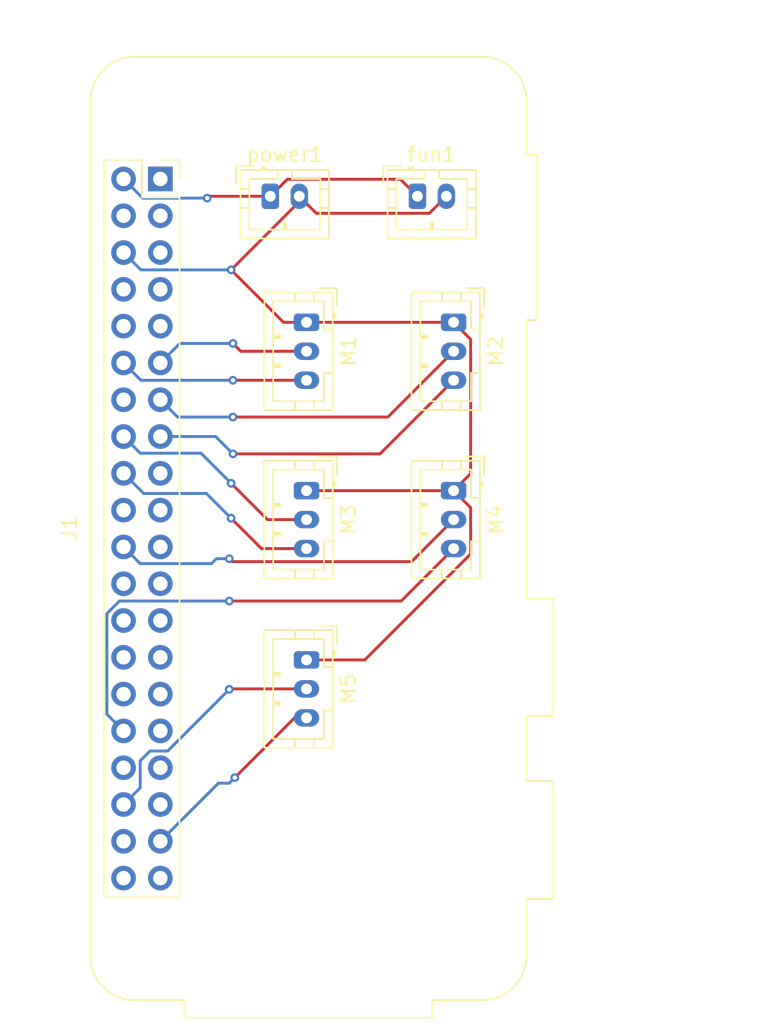
<source format=kicad_pcb>
(kicad_pcb (version 20240108) (generator "pcbnew") (generator_version "8.0")
  (layers (0 "F.Cu" signal) (31 "B.Cu" signal) (34 "B.Paste" user) (35 "F.Paste" user) (36 "B.SilkS" user "B.Silkscreen") (37 "F.SilkS" user "F.Silkscreen") (38 "B.Mask" user) (39 "F.Mask" user) (44 "Edge.Cuts" user))
  (net 0 "")
  (net 17 "Net-(J1-3V3-Pad1)")
  (net 19 "Net-(fun1-Pin_1)")
  (net 20 "Net-(M1-Pin_1)")
  (net 21 "Net-(J1-GPIO17)")
  (net 22 "Net-(J1-GPIO18{slash}PWM0)")
  (net 23 "Net-(J1-GPIO27)")
  (net 24 "Net-(J1-GPIO22)")
  (net 25 "Net-(J1-GPIO23)")
  (net 26 "Net-(J1-GPIO24)")
  (net 27 "Net-(J1-GPIO25)")
  (net 28 "Net-(J1-PWM0{slash}GPIO12)")
  (net 29 "Net-(J1-GPIO26)")
  (net 30 "Net-(J1-GPIO16)")
  (footprint "Connector_JST:JST_PH_B3B-PH-K_1x03_P2.00mm_Vertical" (layer "F.Cu") (at 116.84 110.744 -90)
    (property "Reference" "M5" (at 2 -2.9 90) (layer "F.SilkS"))
    (property "Value" "Conn_01x03_Socket")
    (fp_line (start -2.06 2.91) (end 6.06 2.91) (stroke (width 0.12)) (layer "F.SilkS"))
    (fp_line (start 6.06 2.91) (end 6.06 -1.81) (stroke (width 0.12)) (layer "F.SilkS"))
    (fp_line (start -1.45 2.3) (end 5.45 2.3) (stroke (width 0.12)) (layer "F.SilkS"))
    (fp_line (start 0.9 2.3) (end 0.9 1.8) (stroke (width 0.12)) (layer "F.SilkS"))
    (fp_line (start 1 2.3) (end 1 1.8) (stroke (width 0.12)) (layer "F.SilkS"))
    (fp_line (start 2.9 2.3) (end 2.9 1.8) (stroke (width 0.12)) (layer "F.SilkS"))
    (fp_line (start 3 2.3) (end 3 1.8) (stroke (width 0.12)) (layer "F.SilkS"))
    (fp_line (start 5.45 2.3) (end 5.45 -1.2) (stroke (width 0.12)) (layer "F.SilkS"))
    (fp_line (start 0.9 1.8) (end 1.1 1.8) (stroke (width 0.12)) (layer "F.SilkS"))
    (fp_line (start 1.1 1.8) (end 1.1 2.3) (stroke (width 0.12)) (layer "F.SilkS"))
    (fp_line (start 2.9 1.8) (end 3.1 1.8) (stroke (width 0.12)) (layer "F.SilkS"))
    (fp_line (start 3.1 1.8) (end 3.1 2.3) (stroke (width 0.12)) (layer "F.SilkS"))
    (fp_line (start -2.06 0.8) (end -1.45 0.8) (stroke (width 0.12)) (layer "F.SilkS"))
    (fp_line (start 6.06 0.8) (end 5.45 0.8) (stroke (width 0.12)) (layer "F.SilkS"))
    (fp_line (start -2.06 -0.5) (end -1.45 -0.5) (stroke (width 0.12)) (layer "F.SilkS"))
    (fp_line (start 6.06 -0.5) (end 5.45 -0.5) (stroke (width 0.12)) (layer "F.SilkS"))
    (fp_line (start -1.45 -1.2) (end -1.45 2.3) (stroke (width 0.12)) (layer "F.SilkS"))
    (fp_line (start 0.5 -1.2) (end -1.45 -1.2) (stroke (width 0.12)) (layer "F.SilkS"))
    (fp_line (start 3.5 -1.2) (end 3.5 -1.81) (stroke (width 0.12)) (layer "F.SilkS"))
    (fp_line (start 5.45 -1.2) (end 3.5 -1.2) (stroke (width 0.12)) (layer "F.SilkS"))
    (fp_line (start -2.06 -1.81) (end -2.06 2.91) (stroke (width 0.12)) (layer "F.SilkS"))
    (fp_line (start -0.3 -1.81) (end -0.3 -2.01) (stroke (width 0.12)) (layer "F.SilkS"))
    (fp_line (start 0.5 -1.81) (end 0.5 -1.2) (stroke (width 0.12)) (layer "F.SilkS"))
    (fp_line (start 6.06 -1.81) (end -2.06 -1.81) (stroke (width 0.12)) (layer "F.SilkS"))
    (fp_line (start -0.3 -1.91) (end -0.6 -1.91) (stroke (width 0.12)) (layer "F.SilkS"))
    (fp_line (start -0.6 -2.01) (end -0.6 -1.81) (stroke (width 0.12)) (layer "F.SilkS"))
    (fp_line (start -0.3 -2.01) (end -0.6 -2.01) (stroke (width 0.12)) (layer "F.SilkS"))
    (fp_line (start -2.36 -2.11) (end -2.36 -0.86) (stroke (width 0.12)) (layer "F.SilkS"))
    (fp_line (start -1.11 -2.11) (end -2.36 -2.11) (stroke (width 0.12)) (layer "F.SilkS"))
    (pad "1" thru_hole roundrect (at 0 0 270) (size 1.2 1.75) (drill 0.75) (layers "*.Cu" "*.Mask") (roundrect_rratio 0.208333) (net 20 "Net-(M1-Pin_1)"))
    (pad "2" thru_hole oval (at 2 0 270) (size 1.2 1.75) (drill 0.75) (layers "*.Cu" "*.Mask") (net 30 "Net-(J1-GPIO16)"))
    (pad "3" thru_hole oval (at 4 0 270) (size 1.2 1.75) (drill 0.75) (layers "*.Cu" "*.Mask") (net 29 "Net-(J1-GPIO26)"))
  )
  (footprint "Module:Raspberry_Pi_Zero_Socketed_THT_FaceDown_MountingHoles" (layer "F.Cu") (at 106.745 77.545)
    (property "Reference" "J1" (at -6.27 24.13 90) (layer "F.SilkS"))
    (property "Value" "Raspberry_Pi_2_3")
    (fp_line (start -4.83 53.63) (end -4.83 -5.37) (stroke (width 0.12)) (layer "F.SilkS"))
    (fp_line (start -3.87 -1.33) (end -3.87 49.59) (stroke (width 0.12)) (layer "F.SilkS"))
    (fp_line (start -3.87 -1.33) (end -1.27 -1.33) (stroke (width 0.12)) (layer "F.SilkS"))
    (fp_line (start -3.87 49.59) (end 1.33 49.59) (stroke (width 0.12)) (layer "F.SilkS"))
    (fp_line (start -1.77 -8.43) (end 22.23 -8.43) (stroke (width 0.12)) (layer "F.SilkS"))
    (fp_line (start -1.27 -1.33) (end -1.27 1.27) (stroke (width 0.12)) (layer "F.SilkS"))
    (fp_line (start -1.27 1.27) (end 1.33 1.27) (stroke (width 0.12)) (layer "F.SilkS"))
    (fp_line (start 0 -1.33) (end 1.33 -1.33) (stroke (width 0.12)) (layer "F.SilkS"))
    (fp_line (start 1.33 -1.33) (end 1.33 0) (stroke (width 0.12)) (layer "F.SilkS"))
    (fp_line (start 1.33 1.27) (end 1.33 49.59) (stroke (width 0.12)) (layer "F.SilkS"))
    (fp_line (start 1.67 56.69) (end -1.77 56.69) (stroke (width 0.12)) (layer "F.SilkS"))
    (fp_line (start 1.67 56.69) (end 1.67 57.89) (stroke (width 0.12)) (layer "F.SilkS"))
    (fp_line (start 1.67 57.89) (end 18.79 57.89) (stroke (width 0.12)) (layer "F.SilkS"))
    (fp_line (start 18.79 56.69) (end 22.23 56.69) (stroke (width 0.12)) (layer "F.SilkS"))
    (fp_line (start 18.79 57.89) (end 18.79 56.69) (stroke (width 0.12)) (layer "F.SilkS"))
    (fp_line (start 25.29 -1.68) (end 25.29 -5.37) (stroke (width 0.12)) (layer "F.SilkS"))
    (fp_line (start 25.29 9.74) (end 25.99 9.74) (stroke (width 0.12)) (layer "F.SilkS"))
    (fp_line (start 25.29 28.97) (end 25.29 9.74) (stroke (width 0.12)) (layer "F.SilkS"))
    (fp_line (start 25.29 37.09) (end 27.09 37.09) (stroke (width 0.12)) (layer "F.SilkS"))
    (fp_line (start 25.29 41.57) (end 25.29 37.09) (stroke (width 0.12)) (layer "F.SilkS"))
    (fp_line (start 25.29 49.69) (end 27.09 49.69) (stroke (width 0.12)) (layer "F.SilkS"))
    (fp_line (start 25.29 53.63) (end 25.29 49.69) (stroke (width 0.12)) (layer "F.SilkS"))
    (fp_line (start 25.99 -1.68) (end 25.29 -1.68) (stroke (width 0.12)) (layer "F.SilkS"))
    (fp_line (start 25.99 9.74) (end 25.99 -1.68) (stroke (width 0.12)) (layer "F.SilkS"))
    (fp_line (start 27.09 28.97) (end 25.29 28.97) (stroke (width 0.12)) (layer "F.SilkS"))
    (fp_line (start 27.09 37.09) (end 27.09 28.97) (stroke (width 0.12)) (layer "F.SilkS"))
    (fp_line (start 27.09 41.57) (end 25.29 41.57) (stroke (width 0.12)) (layer "F.SilkS"))
    (fp_line (start 27.09 49.69) (end 27.09 41.57) (stroke (width 0.12)) (layer "F.SilkS"))
    (fp_arc (start -4.83 -5.37) (mid -3.933747 -7.533747) (end -1.77 -8.43) (stroke (width 0.12)) (layer "F.SilkS"))
    (fp_arc (start -1.77 56.69) (mid -3.933747 55.793747) (end -4.83 53.63) (stroke (width 0.12)) (layer "F.SilkS"))
    (fp_arc (start 22.23 -8.43) (mid 24.393747 -7.533747) (end 25.29 -5.37) (stroke (width 0.12)) (layer "F.SilkS"))
    (fp_arc (start 25.29 53.63) (mid 24.393747 55.793747) (end 22.23 56.69) (stroke (width 0.12)) (layer "F.SilkS"))
    (pad "" np_thru_hole circle (at -1.27 -4.87 90) (size 2.75 2.75) (drill 2.75) (layers "*.Cu" "*.Mask"))
    (pad "" np_thru_hole circle (at -1.27 53.13 90) (size 2.75 2.75) (drill 2.75) (layers "*.Cu" "*.Mask"))
    (pad "" np_thru_hole circle (at 21.73 -4.87 90) (size 2.75 2.75) (drill 2.75) (layers "*.Cu" "*.Mask"))
    (pad "" np_thru_hole circle (at 21.73 53.13 90) (size 2.75 2.75) (drill 2.75) (layers "*.Cu" "*.Mask"))
    (pad "1" thru_hole rect (at 0 0) (size 1.7 1.7) (drill 1) (layers "*.Cu" "*.Mask") (net 17 "Net-(J1-3V3-Pad1)"))
    (pad "2" thru_hole oval (at -2.54 0) (size 1.7 1.7) (drill 1) (layers "*.Cu" "*.Mask") (net 19 "Net-(fun1-Pin_1)"))
    (pad "3" thru_hole oval (at 0 2.54) (size 1.7 1.7) (drill 1) (layers "*.Cu" "*.Mask"))
    (pad "4" thru_hole oval (at -2.54 2.54) (size 1.7 1.7) (drill 1) (layers "*.Cu" "*.Mask") (net 19 "Net-(fun1-Pin_1)"))
    (pad "5" thru_hole oval (at 0 5.08) (size 1.7 1.7) (drill 1) (layers "*.Cu" "*.Mask"))
    (pad "6" thru_hole oval (at -2.54 5.08) (size 1.7 1.7) (drill 1) (layers "*.Cu" "*.Mask") (net 20 "Net-(M1-Pin_1)"))
    (pad "7" thru_hole oval (at 0 7.62) (size 1.7 1.7) (drill 1) (layers "*.Cu" "*.Mask"))
    (pad "8" thru_hole oval (at -2.54 7.62) (size 1.7 1.7) (drill 1) (layers "*.Cu" "*.Mask"))
    (pad "9" thru_hole oval (at 0 10.16) (size 1.7 1.7) (drill 1) (layers "*.Cu" "*.Mask") (net 20 "Net-(M1-Pin_1)"))
    (pad "10" thru_hole oval (at -2.54 10.16) (size 1.7 1.7) (drill 1) (layers "*.Cu" "*.Mask"))
    (pad "11" thru_hole oval (at 0 12.7) (size 1.7 1.7) (drill 1) (layers "*.Cu" "*.Mask") (net 21 "Net-(J1-GPIO17)"))
    (pad "12" thru_hole oval (at -2.54 12.7) (size 1.7 1.7) (drill 1) (layers "*.Cu" "*.Mask") (net 22 "Net-(J1-GPIO18{slash}PWM0)"))
    (pad "13" thru_hole oval (at 0 15.24) (size 1.7 1.7) (drill 1) (layers "*.Cu" "*.Mask") (net 23 "Net-(J1-GPIO27)"))
    (pad "14" thru_hole oval (at -2.54 15.24) (size 1.7 1.7) (drill 1) (layers "*.Cu" "*.Mask") (net 20 "Net-(M1-Pin_1)"))
    (pad "15" thru_hole oval (at 0 17.78) (size 1.7 1.7) (drill 1) (layers "*.Cu" "*.Mask") (net 24 "Net-(J1-GPIO22)"))
    (pad "16" thru_hole oval (at -2.54 17.78) (size 1.7 1.7) (drill 1) (layers "*.Cu" "*.Mask") (net 25 "Net-(J1-GPIO23)"))
    (pad "17" thru_hole oval (at 0 20.32) (size 1.7 1.7) (drill 1) (layers "*.Cu" "*.Mask") (net 17 "Net-(J1-3V3-Pad1)"))
    (pad "18" thru_hole oval (at -2.54 20.32) (size 1.7 1.7) (drill 1) (layers "*.Cu" "*.Mask") (net 26 "Net-(J1-GPIO24)"))
    (pad "19" thru_hole oval (at 0 22.86) (size 1.7 1.7) (drill 1) (layers "*.Cu" "*.Mask"))
    (pad "20" thru_hole oval (at -2.54 22.86) (size 1.7 1.7) (drill 1) (layers "*.Cu" "*.Mask") (net 20 "Net-(M1-Pin_1)"))
    (pad "21" thru_hole oval (at 0 25.4) (size 1.7 1.7) (drill 1) (layers "*.Cu" "*.Mask"))
    (pad "22" thru_hole oval (at -2.54 25.4) (size 1.7 1.7) (drill 1) (layers "*.Cu" "*.Mask") (net 27 "Net-(J1-GPIO25)"))
    (pad "23" thru_hole oval (at 0 27.94) (size 1.7 1.7) (drill 1) (layers "*.Cu" "*.Mask"))
    (pad "24" thru_hole oval (at -2.54 27.94) (size 1.7 1.7) (drill 1) (layers "*.Cu" "*.Mask"))
    (pad "25" thru_hole oval (at 0 30.48) (size 1.7 1.7) (drill 1) (layers "*.Cu" "*.Mask") (net 20 "Net-(M1-Pin_1)"))
    (pad "26" thru_hole oval (at -2.54 30.48) (size 1.7 1.7) (drill 1) (layers "*.Cu" "*.Mask"))
    (pad "27" thru_hole oval (at 0 33.02) (size 1.7 1.7) (drill 1) (layers "*.Cu" "*.Mask"))
    (pad "28" thru_hole oval (at -2.54 33.02) (size 1.7 1.7) (drill 1) (layers "*.Cu" "*.Mask"))
    (pad "29" thru_hole oval (at 0 35.56) (size 1.7 1.7) (drill 1) (layers "*.Cu" "*.Mask"))
    (pad "30" thru_hole oval (at -2.54 35.56) (size 1.7 1.7) (drill 1) (layers "*.Cu" "*.Mask") (net 20 "Net-(M1-Pin_1)"))
    (pad "31" thru_hole oval (at 0 38.1) (size 1.7 1.7) (drill 1) (layers "*.Cu" "*.Mask"))
    (pad "32" thru_hole oval (at -2.54 38.1) (size 1.7 1.7) (drill 1) (layers "*.Cu" "*.Mask") (net 28 "Net-(J1-PWM0{slash}GPIO12)"))
    (pad "33" thru_hole oval (at 0 40.64) (size 1.7 1.7) (drill 1) (layers "*.Cu" "*.Mask"))
    (pad "34" thru_hole oval (at -2.54 40.64) (size 1.7 1.7) (drill 1) (layers "*.Cu" "*.Mask") (net 20 "Net-(M1-Pin_1)"))
    (pad "35" thru_hole oval (at 0 43.18) (size 1.7 1.7) (drill 1) (layers "*.Cu" "*.Mask"))
    (pad "36" thru_hole oval (at -2.54 43.18) (size 1.7 1.7) (drill 1) (layers "*.Cu" "*.Mask") (net 30 "Net-(J1-GPIO16)"))
    (pad "37" thru_hole oval (at 0 45.72) (size 1.7 1.7) (drill 1) (layers "*.Cu" "*.Mask") (net 29 "Net-(J1-GPIO26)"))
    (pad "38" thru_hole oval (at -2.54 45.72) (size 1.7 1.7) (drill 1) (layers "*.Cu" "*.Mask"))
    (pad "39" thru_hole oval (at 0 48.26) (size 1.7 1.7) (drill 1) (layers "*.Cu" "*.Mask") (net 20 "Net-(M1-Pin_1)"))
    (pad "40" thru_hole oval (at -2.54 48.26) (size 1.7 1.7) (drill 1) (layers "*.Cu" "*.Mask"))
  )
  (footprint "Connector_JST:JST_PH_B3B-PH-K_1x03_P2.00mm_Vertical" (layer "F.Cu") (at 127 99.06 -90)
    (property "Reference" "M4" (at 2 -2.9 90) (layer "F.SilkS"))
    (property "Value" "Conn_01x03_Socket")
    (fp_line (start -2.06 2.91) (end 6.06 2.91) (stroke (width 0.12)) (layer "F.SilkS"))
    (fp_line (start 6.06 2.91) (end 6.06 -1.81) (stroke (width 0.12)) (layer "F.SilkS"))
    (fp_line (start -1.45 2.3) (end 5.45 2.3) (stroke (width 0.12)) (layer "F.SilkS"))
    (fp_line (start 0.9 2.3) (end 0.9 1.8) (stroke (width 0.12)) (layer "F.SilkS"))
    (fp_line (start 1 2.3) (end 1 1.8) (stroke (width 0.12)) (layer "F.SilkS"))
    (fp_line (start 2.9 2.3) (end 2.9 1.8) (stroke (width 0.12)) (layer "F.SilkS"))
    (fp_line (start 3 2.3) (end 3 1.8) (stroke (width 0.12)) (layer "F.SilkS"))
    (fp_line (start 5.45 2.3) (end 5.45 -1.2) (stroke (width 0.12)) (layer "F.SilkS"))
    (fp_line (start 0.9 1.8) (end 1.1 1.8) (stroke (width 0.12)) (layer "F.SilkS"))
    (fp_line (start 1.1 1.8) (end 1.1 2.3) (stroke (width 0.12)) (layer "F.SilkS"))
    (fp_line (start 2.9 1.8) (end 3.1 1.8) (stroke (width 0.12)) (layer "F.SilkS"))
    (fp_line (start 3.1 1.8) (end 3.1 2.3) (stroke (width 0.12)) (layer "F.SilkS"))
    (fp_line (start -2.06 0.8) (end -1.45 0.8) (stroke (width 0.12)) (layer "F.SilkS"))
    (fp_line (start 6.06 0.8) (end 5.45 0.8) (stroke (width 0.12)) (layer "F.SilkS"))
    (fp_line (start -2.06 -0.5) (end -1.45 -0.5) (stroke (width 0.12)) (layer "F.SilkS"))
    (fp_line (start 6.06 -0.5) (end 5.45 -0.5) (stroke (width 0.12)) (layer "F.SilkS"))
    (fp_line (start -1.45 -1.2) (end -1.45 2.3) (stroke (width 0.12)) (layer "F.SilkS"))
    (fp_line (start 0.5 -1.2) (end -1.45 -1.2) (stroke (width 0.12)) (layer "F.SilkS"))
    (fp_line (start 3.5 -1.2) (end 3.5 -1.81) (stroke (width 0.12)) (layer "F.SilkS"))
    (fp_line (start 5.45 -1.2) (end 3.5 -1.2) (stroke (width 0.12)) (layer "F.SilkS"))
    (fp_line (start -2.06 -1.81) (end -2.06 2.91) (stroke (width 0.12)) (layer "F.SilkS"))
    (fp_line (start -0.3 -1.81) (end -0.3 -2.01) (stroke (width 0.12)) (layer "F.SilkS"))
    (fp_line (start 0.5 -1.81) (end 0.5 -1.2) (stroke (width 0.12)) (layer "F.SilkS"))
    (fp_line (start 6.06 -1.81) (end -2.06 -1.81) (stroke (width 0.12)) (layer "F.SilkS"))
    (fp_line (start -0.3 -1.91) (end -0.6 -1.91) (stroke (width 0.12)) (layer "F.SilkS"))
    (fp_line (start -0.6 -2.01) (end -0.6 -1.81) (stroke (width 0.12)) (layer "F.SilkS"))
    (fp_line (start -0.3 -2.01) (end -0.6 -2.01) (stroke (width 0.12)) (layer "F.SilkS"))
    (fp_line (start -2.36 -2.11) (end -2.36 -0.86) (stroke (width 0.12)) (layer "F.SilkS"))
    (fp_line (start -1.11 -2.11) (end -2.36 -2.11) (stroke (width 0.12)) (layer "F.SilkS"))
    (pad "1" thru_hole roundrect (at 0 0 270) (size 1.2 1.75) (drill 0.75) (layers "*.Cu" "*.Mask") (roundrect_rratio 0.208333) (net 20 "Net-(M1-Pin_1)"))
    (pad "2" thru_hole oval (at 2 0 270) (size 1.2 1.75) (drill 0.75) (layers "*.Cu" "*.Mask") (net 27 "Net-(J1-GPIO25)"))
    (pad "3" thru_hole oval (at 4 0 270) (size 1.2 1.75) (drill 0.75) (layers "*.Cu" "*.Mask") (net 28 "Net-(J1-PWM0{slash}GPIO12)"))
  )
  (footprint "Connector_JST:JST_PH_B3B-PH-K_1x03_P2.00mm_Vertical" (layer "F.Cu") (at 127 87.44 -90)
    (property "Reference" "M2" (at 2 -2.9 90) (layer "F.SilkS"))
    (property "Value" "Conn_01x03_Socket")
    (fp_line (start -2.06 2.91) (end 6.06 2.91) (stroke (width 0.12)) (layer "F.SilkS"))
    (fp_line (start 6.06 2.91) (end 6.06 -1.81) (stroke (width 0.12)) (layer "F.SilkS"))
    (fp_line (start -1.45 2.3) (end 5.45 2.3) (stroke (width 0.12)) (layer "F.SilkS"))
    (fp_line (start 0.9 2.3) (end 0.9 1.8) (stroke (width 0.12)) (layer "F.SilkS"))
    (fp_line (start 1 2.3) (end 1 1.8) (stroke (width 0.12)) (layer "F.SilkS"))
    (fp_line (start 2.9 2.3) (end 2.9 1.8) (stroke (width 0.12)) (layer "F.SilkS"))
    (fp_line (start 3 2.3) (end 3 1.8) (stroke (width 0.12)) (layer "F.SilkS"))
    (fp_line (start 5.45 2.3) (end 5.45 -1.2) (stroke (width 0.12)) (layer "F.SilkS"))
    (fp_line (start 0.9 1.8) (end 1.1 1.8) (stroke (width 0.12)) (layer "F.SilkS"))
    (fp_line (start 1.1 1.8) (end 1.1 2.3) (stroke (width 0.12)) (layer "F.SilkS"))
    (fp_line (start 2.9 1.8) (end 3.1 1.8) (stroke (width 0.12)) (layer "F.SilkS"))
    (fp_line (start 3.1 1.8) (end 3.1 2.3) (stroke (width 0.12)) (layer "F.SilkS"))
    (fp_line (start -2.06 0.8) (end -1.45 0.8) (stroke (width 0.12)) (layer "F.SilkS"))
    (fp_line (start 6.06 0.8) (end 5.45 0.8) (stroke (width 0.12)) (layer "F.SilkS"))
    (fp_line (start -2.06 -0.5) (end -1.45 -0.5) (stroke (width 0.12)) (layer "F.SilkS"))
    (fp_line (start 6.06 -0.5) (end 5.45 -0.5) (stroke (width 0.12)) (layer "F.SilkS"))
    (fp_line (start -1.45 -1.2) (end -1.45 2.3) (stroke (width 0.12)) (layer "F.SilkS"))
    (fp_line (start 0.5 -1.2) (end -1.45 -1.2) (stroke (width 0.12)) (layer "F.SilkS"))
    (fp_line (start 3.5 -1.2) (end 3.5 -1.81) (stroke (width 0.12)) (layer "F.SilkS"))
    (fp_line (start 5.45 -1.2) (end 3.5 -1.2) (stroke (width 0.12)) (layer "F.SilkS"))
    (fp_line (start -2.06 -1.81) (end -2.06 2.91) (stroke (width 0.12)) (layer "F.SilkS"))
    (fp_line (start -0.3 -1.81) (end -0.3 -2.01) (stroke (width 0.12)) (layer "F.SilkS"))
    (fp_line (start 0.5 -1.81) (end 0.5 -1.2) (stroke (width 0.12)) (layer "F.SilkS"))
    (fp_line (start 6.06 -1.81) (end -2.06 -1.81) (stroke (width 0.12)) (layer "F.SilkS"))
    (fp_line (start -0.3 -1.91) (end -0.6 -1.91) (stroke (width 0.12)) (layer "F.SilkS"))
    (fp_line (start -0.6 -2.01) (end -0.6 -1.81) (stroke (width 0.12)) (layer "F.SilkS"))
    (fp_line (start -0.3 -2.01) (end -0.6 -2.01) (stroke (width 0.12)) (layer "F.SilkS"))
    (fp_line (start -2.36 -2.11) (end -2.36 -0.86) (stroke (width 0.12)) (layer "F.SilkS"))
    (fp_line (start -1.11 -2.11) (end -2.36 -2.11) (stroke (width 0.12)) (layer "F.SilkS"))
    (pad "1" thru_hole roundrect (at 0 0 270) (size 1.2 1.75) (drill 0.75) (layers "*.Cu" "*.Mask") (roundrect_rratio 0.208333) (net 20 "Net-(M1-Pin_1)"))
    (pad "2" thru_hole oval (at 2 0 270) (size 1.2 1.75) (drill 0.75) (layers "*.Cu" "*.Mask") (net 23 "Net-(J1-GPIO27)"))
    (pad "3" thru_hole oval (at 4 0 270) (size 1.2 1.75) (drill 0.75) (layers "*.Cu" "*.Mask") (net 24 "Net-(J1-GPIO22)"))
  )
  (footprint "Connector_JST:JST_PH_B3B-PH-K_1x03_P2.00mm_Vertical" (layer "F.Cu") (at 116.84 99.06 -90)
    (property "Reference" "M3" (at 2 -2.9 90) (layer "F.SilkS"))
    (property "Value" "Conn_01x03_Socket" (hide yes))
    (fp_line (start -2.06 2.91) (end 6.06 2.91) (stroke (width 0.12)) (layer "F.SilkS"))
    (fp_line (start 6.06 2.91) (end 6.06 -1.81) (stroke (width 0.12)) (layer "F.SilkS"))
    (fp_line (start -1.45 2.3) (end 5.45 2.3) (stroke (width 0.12)) (layer "F.SilkS"))
    (fp_line (start 0.9 2.3) (end 0.9 1.8) (stroke (width 0.12)) (layer "F.SilkS"))
    (fp_line (start 1 2.3) (end 1 1.8) (stroke (width 0.12)) (layer "F.SilkS"))
    (fp_line (start 2.9 2.3) (end 2.9 1.8) (stroke (width 0.12)) (layer "F.SilkS"))
    (fp_line (start 3 2.3) (end 3 1.8) (stroke (width 0.12)) (layer "F.SilkS"))
    (fp_line (start 5.45 2.3) (end 5.45 -1.2) (stroke (width 0.12)) (layer "F.SilkS"))
    (fp_line (start 0.9 1.8) (end 1.1 1.8) (stroke (width 0.12)) (layer "F.SilkS"))
    (fp_line (start 1.1 1.8) (end 1.1 2.3) (stroke (width 0.12)) (layer "F.SilkS"))
    (fp_line (start 2.9 1.8) (end 3.1 1.8) (stroke (width 0.12)) (layer "F.SilkS"))
    (fp_line (start 3.1 1.8) (end 3.1 2.3) (stroke (width 0.12)) (layer "F.SilkS"))
    (fp_line (start -2.06 0.8) (end -1.45 0.8) (stroke (width 0.12)) (layer "F.SilkS"))
    (fp_line (start 6.06 0.8) (end 5.45 0.8) (stroke (width 0.12)) (layer "F.SilkS"))
    (fp_line (start -2.06 -0.5) (end -1.45 -0.5) (stroke (width 0.12)) (layer "F.SilkS"))
    (fp_line (start 6.06 -0.5) (end 5.45 -0.5) (stroke (width 0.12)) (layer "F.SilkS"))
    (fp_line (start -1.45 -1.2) (end -1.45 2.3) (stroke (width 0.12)) (layer "F.SilkS"))
    (fp_line (start 0.5 -1.2) (end -1.45 -1.2) (stroke (width 0.12)) (layer "F.SilkS"))
    (fp_line (start 3.5 -1.2) (end 3.5 -1.81) (stroke (width 0.12)) (layer "F.SilkS"))
    (fp_line (start 5.45 -1.2) (end 3.5 -1.2) (stroke (width 0.12)) (layer "F.SilkS"))
    (fp_line (start -2.06 -1.81) (end -2.06 2.91) (stroke (width 0.12)) (layer "F.SilkS"))
    (fp_line (start -0.3 -1.81) (end -0.3 -2.01) (stroke (width 0.12)) (layer "F.SilkS"))
    (fp_line (start 0.5 -1.81) (end 0.5 -1.2) (stroke (width 0.12)) (layer "F.SilkS"))
    (fp_line (start 6.06 -1.81) (end -2.06 -1.81) (stroke (width 0.12)) (layer "F.SilkS"))
    (fp_line (start -0.3 -1.91) (end -0.6 -1.91) (stroke (width 0.12)) (layer "F.SilkS"))
    (fp_line (start -0.6 -2.01) (end -0.6 -1.81) (stroke (width 0.12)) (layer "F.SilkS"))
    (fp_line (start -0.3 -2.01) (end -0.6 -2.01) (stroke (width 0.12)) (layer "F.SilkS"))
    (fp_line (start -2.36 -2.11) (end -2.36 -0.86) (stroke (width 0.12)) (layer "F.SilkS"))
    (fp_line (start -1.11 -2.11) (end -2.36 -2.11) (stroke (width 0.12)) (layer "F.SilkS"))
    (pad "1" thru_hole roundrect (at 0 0 270) (size 1.2 1.75) (drill 0.75) (layers "*.Cu" "*.Mask") (roundrect_rratio 0.208333) (net 20 "Net-(M1-Pin_1)"))
    (pad "2" thru_hole oval (at 2 0 270) (size 1.2 1.75) (drill 0.75) (layers "*.Cu" "*.Mask") (net 25 "Net-(J1-GPIO23)"))
    (pad "3" thru_hole oval (at 4 0 270) (size 1.2 1.75) (drill 0.75) (layers "*.Cu" "*.Mask") (net 26 "Net-(J1-GPIO24)"))
  )
  (footprint "Connector_JST:JST_PH_B2B-PH-K_1x02_P2.00mm_Vertical" (layer "F.Cu") (at 124.5 78.74)
    (property "Reference" "fun1" (at 1 -2.9 0) (layer "F.SilkS"))
    (property "Value" "Conn_01x02_Socket")
    (fp_line (start -2.36 -2.11) (end -2.36 -0.86) (stroke (width 0.12)) (layer "F.SilkS"))
    (fp_line (start -2.06 -1.81) (end -2.06 2.91) (stroke (width 0.12)) (layer "F.SilkS"))
    (fp_line (start -2.06 -0.5) (end -1.45 -0.5) (stroke (width 0.12)) (layer "F.SilkS"))
    (fp_line (start -2.06 0.8) (end -1.45 0.8) (stroke (width 0.12)) (layer "F.SilkS"))
    (fp_line (start -2.06 2.91) (end 4.06 2.91) (stroke (width 0.12)) (layer "F.SilkS"))
    (fp_line (start -1.45 -1.2) (end -1.45 2.3) (stroke (width 0.12)) (layer "F.SilkS"))
    (fp_line (start -1.45 2.3) (end 3.45 2.3) (stroke (width 0.12)) (layer "F.SilkS"))
    (fp_line (start -1.11 -2.11) (end -2.36 -2.11) (stroke (width 0.12)) (layer "F.SilkS"))
    (fp_line (start -0.6 -2.01) (end -0.6 -1.81) (stroke (width 0.12)) (layer "F.SilkS"))
    (fp_line (start -0.3 -2.01) (end -0.6 -2.01) (stroke (width 0.12)) (layer "F.SilkS"))
    (fp_line (start -0.3 -1.91) (end -0.6 -1.91) (stroke (width 0.12)) (layer "F.SilkS"))
    (fp_line (start -0.3 -1.81) (end -0.3 -2.01) (stroke (width 0.12)) (layer "F.SilkS"))
    (fp_line (start 0.5 -1.81) (end 0.5 -1.2) (stroke (width 0.12)) (layer "F.SilkS"))
    (fp_line (start 0.5 -1.2) (end -1.45 -1.2) (stroke (width 0.12)) (layer "F.SilkS"))
    (fp_line (start 0.9 1.8) (end 1.1 1.8) (stroke (width 0.12)) (layer "F.SilkS"))
    (fp_line (start 0.9 2.3) (end 0.9 1.8) (stroke (width 0.12)) (layer "F.SilkS"))
    (fp_line (start 1 2.3) (end 1 1.8) (stroke (width 0.12)) (layer "F.SilkS"))
    (fp_line (start 1.1 1.8) (end 1.1 2.3) (stroke (width 0.12)) (layer "F.SilkS"))
    (fp_line (start 1.5 -1.2) (end 1.5 -1.81) (stroke (width 0.12)) (layer "F.SilkS"))
    (fp_line (start 3.45 -1.2) (end 1.5 -1.2) (stroke (width 0.12)) (layer "F.SilkS"))
    (fp_line (start 3.45 2.3) (end 3.45 -1.2) (stroke (width 0.12)) (layer "F.SilkS"))
    (fp_line (start 4.06 -1.81) (end -2.06 -1.81) (stroke (width 0.12)) (layer "F.SilkS"))
    (fp_line (start 4.06 -0.5) (end 3.45 -0.5) (stroke (width 0.12)) (layer "F.SilkS"))
    (fp_line (start 4.06 0.8) (end 3.45 0.8) (stroke (width 0.12)) (layer "F.SilkS"))
    (fp_line (start 4.06 2.91) (end 4.06 -1.81) (stroke (width 0.12)) (layer "F.SilkS"))
    (pad "1" thru_hole roundrect (at 0 0) (size 1.2 1.75) (drill 0.75) (layers "*.Cu" "*.Mask") (roundrect_rratio 0.208333) (net 19 "Net-(fun1-Pin_1)"))
    (pad "2" thru_hole oval (at 2 0) (size 1.2 1.75) (drill 0.75) (layers "*.Cu" "*.Mask") (net 20 "Net-(M1-Pin_1)"))
  )
  (footprint "Connector_JST:JST_PH_B3B-PH-K_1x03_P2.00mm_Vertical" (layer "F.Cu") (at 116.84 87.44 -90)
    (property "Reference" "M1" (at 2 -2.9 90) (layer "F.SilkS"))
    (property "Value" "Conn_01x03_Socket")
    (fp_line (start -2.06 2.91) (end 6.06 2.91) (stroke (width 0.12)) (layer "F.SilkS"))
    (fp_line (start 6.06 2.91) (end 6.06 -1.81) (stroke (width 0.12)) (layer "F.SilkS"))
    (fp_line (start -1.45 2.3) (end 5.45 2.3) (stroke (width 0.12)) (layer "F.SilkS"))
    (fp_line (start 0.9 2.3) (end 0.9 1.8) (stroke (width 0.12)) (layer "F.SilkS"))
    (fp_line (start 1 2.3) (end 1 1.8) (stroke (width 0.12)) (layer "F.SilkS"))
    (fp_line (start 2.9 2.3) (end 2.9 1.8) (stroke (width 0.12)) (layer "F.SilkS"))
    (fp_line (start 3 2.3) (end 3 1.8) (stroke (width 0.12)) (layer "F.SilkS"))
    (fp_line (start 5.45 2.3) (end 5.45 -1.2) (stroke (width 0.12)) (layer "F.SilkS"))
    (fp_line (start 0.9 1.8) (end 1.1 1.8) (stroke (width 0.12)) (layer "F.SilkS"))
    (fp_line (start 1.1 1.8) (end 1.1 2.3) (stroke (width 0.12)) (layer "F.SilkS"))
    (fp_line (start 2.9 1.8) (end 3.1 1.8) (stroke (width 0.12)) (layer "F.SilkS"))
    (fp_line (start 3.1 1.8) (end 3.1 2.3) (stroke (width 0.12)) (layer "F.SilkS"))
    (fp_line (start -2.06 0.8) (end -1.45 0.8) (stroke (width 0.12)) (layer "F.SilkS"))
    (fp_line (start 6.06 0.8) (end 5.45 0.8) (stroke (width 0.12)) (layer "F.SilkS"))
    (fp_line (start -2.06 -0.5) (end -1.45 -0.5) (stroke (width 0.12)) (layer "F.SilkS"))
    (fp_line (start 6.06 -0.5) (end 5.45 -0.5) (stroke (width 0.12)) (layer "F.SilkS"))
    (fp_line (start -1.45 -1.2) (end -1.45 2.3) (stroke (width 0.12)) (layer "F.SilkS"))
    (fp_line (start 0.5 -1.2) (end -1.45 -1.2) (stroke (width 0.12)) (layer "F.SilkS"))
    (fp_line (start 3.5 -1.2) (end 3.5 -1.81) (stroke (width 0.12)) (layer "F.SilkS"))
    (fp_line (start 5.45 -1.2) (end 3.5 -1.2) (stroke (width 0.12)) (layer "F.SilkS"))
    (fp_line (start -2.06 -1.81) (end -2.06 2.91) (stroke (width 0.12)) (layer "F.SilkS"))
    (fp_line (start -0.3 -1.81) (end -0.3 -2.01) (stroke (width 0.12)) (layer "F.SilkS"))
    (fp_line (start 0.5 -1.81) (end 0.5 -1.2) (stroke (width 0.12)) (layer "F.SilkS"))
    (fp_line (start 6.06 -1.81) (end -2.06 -1.81) (stroke (width 0.12)) (layer "F.SilkS"))
    (fp_line (start -0.3 -1.91) (end -0.6 -1.91) (stroke (width 0.12)) (layer "F.SilkS"))
    (fp_line (start -0.6 -2.01) (end -0.6 -1.81) (stroke (width 0.12)) (layer "F.SilkS"))
    (fp_line (start -0.3 -2.01) (end -0.6 -2.01) (stroke (width 0.12)) (layer "F.SilkS"))
    (fp_line (start -2.36 -2.11) (end -2.36 -0.86) (stroke (width 0.12)) (layer "F.SilkS"))
    (fp_line (start -1.11 -2.11) (end -2.36 -2.11) (stroke (width 0.12)) (layer "F.SilkS"))
    (pad "1" thru_hole roundrect (at 0 0 270) (size 1.2 1.75) (drill 0.75) (layers "*.Cu" "*.Mask") (roundrect_rratio 0.208333) (net 20 "Net-(M1-Pin_1)"))
    (pad "2" thru_hole oval (at 2 0 270) (size 1.2 1.75) (drill 0.75) (layers "*.Cu" "*.Mask") (net 21 "Net-(J1-GPIO17)"))
    (pad "3" thru_hole oval (at 4 0 270) (size 1.2 1.75) (drill 0.75) (layers "*.Cu" "*.Mask") (net 22 "Net-(J1-GPIO18{slash}PWM0)"))
  )
  (footprint "Connector_JST:JST_PH_B2B-PH-K_1x02_P2.00mm_Vertical" (layer "F.Cu") (at 114.34 78.74)
    (property "Reference" "power1" (at 1 -2.9 0) (layer "F.SilkS"))
    (property "Value" "Conn_01x02_Socket")
    (fp_line (start -2.36 -2.11) (end -2.36 -0.86) (stroke (width 0.12)) (layer "F.SilkS"))
    (fp_line (start -2.06 -1.81) (end -2.06 2.91) (stroke (width 0.12)) (layer "F.SilkS"))
    (fp_line (start -2.06 -0.5) (end -1.45 -0.5) (stroke (width 0.12)) (layer "F.SilkS"))
    (fp_line (start -2.06 0.8) (end -1.45 0.8) (stroke (width 0.12)) (layer "F.SilkS"))
    (fp_line (start -2.06 2.91) (end 4.06 2.91) (stroke (width 0.12)) (layer "F.SilkS"))
    (fp_line (start -1.45 -1.2) (end -1.45 2.3) (stroke (width 0.12)) (layer "F.SilkS"))
    (fp_line (start -1.45 2.3) (end 3.45 2.3) (stroke (width 0.12)) (layer "F.SilkS"))
    (fp_line (start -1.11 -2.11) (end -2.36 -2.11) (stroke (width 0.12)) (layer "F.SilkS"))
    (fp_line (start -0.6 -2.01) (end -0.6 -1.81) (stroke (width 0.12)) (layer "F.SilkS"))
    (fp_line (start -0.3 -2.01) (end -0.6 -2.01) (stroke (width 0.12)) (layer "F.SilkS"))
    (fp_line (start -0.3 -1.91) (end -0.6 -1.91) (stroke (width 0.12)) (layer "F.SilkS"))
    (fp_line (start -0.3 -1.81) (end -0.3 -2.01) (stroke (width 0.12)) (layer "F.SilkS"))
    (fp_line (start 0.5 -1.81) (end 0.5 -1.2) (stroke (width 0.12)) (layer "F.SilkS"))
    (fp_line (start 0.5 -1.2) (end -1.45 -1.2) (stroke (width 0.12)) (layer "F.SilkS"))
    (fp_line (start 0.9 1.8) (end 1.1 1.8) (stroke (width 0.12)) (layer "F.SilkS"))
    (fp_line (start 0.9 2.3) (end 0.9 1.8) (stroke (width 0.12)) (layer "F.SilkS"))
    (fp_line (start 1 2.3) (end 1 1.8) (stroke (width 0.12)) (layer "F.SilkS"))
    (fp_line (start 1.1 1.8) (end 1.1 2.3) (stroke (width 0.12)) (layer "F.SilkS"))
    (fp_line (start 1.5 -1.2) (end 1.5 -1.81) (stroke (width 0.12)) (layer "F.SilkS"))
    (fp_line (start 3.45 -1.2) (end 1.5 -1.2) (stroke (width 0.12)) (layer "F.SilkS"))
    (fp_line (start 3.45 2.3) (end 3.45 -1.2) (stroke (width 0.12)) (layer "F.SilkS"))
    (fp_line (start 4.06 -1.81) (end -2.06 -1.81) (stroke (width 0.12)) (layer "F.SilkS"))
    (fp_line (start 4.06 -0.5) (end 3.45 -0.5) (stroke (width 0.12)) (layer "F.SilkS"))
    (fp_line (start 4.06 0.8) (end 3.45 0.8) (stroke (width 0.12)) (layer "F.SilkS"))
    (fp_line (start 4.06 2.91) (end 4.06 -1.81) (stroke (width 0.12)) (layer "F.SilkS"))
    (pad "1" thru_hole roundrect (at 0 0) (size 1.2 1.75) (drill 0.75) (layers "*.Cu" "*.Mask") (roundrect_rratio 0.208333) (net 19 "Net-(fun1-Pin_1)"))
    (pad "2" thru_hole oval (at 2 0) (size 1.2 1.75) (drill 0.75) (layers "*.Cu" "*.Mask") (net 20 "Net-(M1-Pin_1)"))
  )
  (segment (start 115.515 77.565) (end 114.34 78.74) (width 0.2) (layer "F.Cu") (net 19))
  (segment (start 110.109 78.74) (end 109.982 78.867) (width 0.2) (layer "F.Cu") (net 19))
  (segment (start 124.5 78.74) (end 123.325 77.565) (width 0.2) (layer "F.Cu") (net 19))
  (segment (start 123.325 77.565) (end 115.515 77.565) (width 0.2) (layer "F.Cu") (net 19))
  (segment (start 114.34 78.74) (end 110.109 78.74) (width 0.2) (layer "F.Cu") (net 19))
  (via (at 109.982 78.867) (size 0.6) (drill 0.3) (layers "F.Cu" "B.Cu") (net 19))
  (segment (start 105.527 78.867) (end 104.205 77.545) (width 0.2) (layer "B.Cu") (net 19))
  (segment (start 109.982 78.867) (end 105.527 78.867) (width 0.2) (layer "B.Cu") (net 19))
  (segment (start 126.5 78.74) (end 125.325 79.915) (width 0.2) (layer "F.Cu") (net 20))
  (segment (start 125.325 79.915) (end 117.515 79.915) (width 0.2) (layer "F.Cu") (net 20))
  (segment (start 128.175 100.235) (end 127 99.06) (width 0.2) (layer "F.Cu") (net 20))
  (segment (start 116.34 78.74) (end 116.34 79.113) (width 0.2) (layer "F.Cu") (net 20))
  (segment (start 115.253 87.44) (end 111.633 83.82) (width 0.2) (layer "F.Cu") (net 20))
  (segment (start 128.175 103.432792) (end 128.175 100.235) (width 0.2) (layer "F.Cu") (net 20))
  (segment (start 117.515 79.915) (end 116.34 78.74) (width 0.2) (layer "F.Cu") (net 20))
  (segment (start 128.175 97.885) (end 128.175 88.615) (width 0.2) (layer "F.Cu") (net 20))
  (segment (start 127 99.06) (end 116.84 99.06) (width 0.2) (layer "F.Cu") (net 20))
  (segment (start 126.5 79.24) (end 126.5 78.74) (width 0.2) (layer "F.Cu") (net 20))
  (segment (start 127 99.06) (end 128.175 97.885) (width 0.2) (layer "F.Cu") (net 20))
  (segment (start 116.84 87.44) (end 115.253 87.44) (width 0.2) (layer "F.Cu") (net 20))
  (segment (start 116.34 79.24) (end 116.34 78.74) (width 0.2) (layer "F.Cu") (net 20))
  (segment (start 127 87.44) (end 116.84 87.44) (width 0.2) (layer "F.Cu") (net 20))
  (segment (start 120.863792 110.744) (end 128.175 103.432792) (width 0.2) (layer "F.Cu") (net 20))
  (segment (start 116.34 79.113) (end 111.633 83.82) (width 0.2) (layer "F.Cu") (net 20))
  (segment (start 128.175 88.615) (end 127 87.44) (width 0.2) (layer "F.Cu") (net 20))
  (segment (start 116.84 110.744) (end 120.863792 110.744) (width 0.2) (layer "F.Cu") (net 20))
  (via (at 111.633 83.82) (size 0.6) (drill 0.3) (layers "F.Cu" "B.Cu") (net 20))
  (segment (start 111.633 83.82) (end 105.4 83.82) (width 0.2) (layer "B.Cu") (net 20))
  (segment (start 105.4 83.82) (end 104.205 82.625) (width 0.2) (layer "B.Cu") (net 20))
  (segment (start 112.3 89.44) (end 111.76 88.9) (width 0.2) (layer "F.Cu") (net 21))
  (segment (start 116.84 89.44) (end 112.3 89.44) (width 0.2) (layer "F.Cu") (net 21))
  (via (at 111.76 88.9) (size 0.6) (drill 0.3) (layers "F.Cu" "B.Cu") (net 21))
  (segment (start 111.76 88.9) (end 108.09 88.9) (width 0.2) (layer "B.Cu") (net 21))
  (segment (start 108.09 88.9) (end 106.745 90.245) (width 0.2) (layer "B.Cu") (net 21))
  (segment (start 116.84 91.44) (end 111.76 91.44) (width 0.2) (layer "F.Cu") (net 22))
  (via (at 111.76 91.44) (size 0.6) (drill 0.3) (layers "F.Cu" "B.Cu") (net 22))
  (segment (start 111.76 91.44) (end 105.4 91.44) (width 0.2) (layer "B.Cu") (net 22))
  (segment (start 105.4 91.44) (end 104.205 90.245) (width 0.2) (layer "B.Cu") (net 22))
  (segment (start 122.46 93.98) (end 111.76 93.98) (width 0.2) (layer "F.Cu") (net 23))
  (segment (start 127 89.44) (end 122.46 93.98) (width 0.2) (layer "F.Cu") (net 23))
  (via (at 111.76 93.98) (size 0.6) (drill 0.3) (layers "F.Cu" "B.Cu") (net 23))
  (segment (start 111.76 93.98) (end 107.94 93.98) (width 0.2) (layer "B.Cu") (net 23))
  (segment (start 107.94 93.98) (end 106.745 92.785) (width 0.2) (layer "B.Cu") (net 23))
  (segment (start 121.92 96.52) (end 111.76 96.52) (width 0.2) (layer "F.Cu") (net 24))
  (segment (start 127 91.44) (end 121.92 96.52) (width 0.2) (layer "F.Cu") (net 24))
  (via (at 111.76 96.52) (size 0.6) (drill 0.3) (layers "F.Cu" "B.Cu") (net 24))
  (segment (start 111.76 96.52) (end 110.565 95.325) (width 0.2) (layer "B.Cu") (net 24))
  (segment (start 110.565 95.325) (end 106.745 95.325) (width 0.2) (layer "B.Cu") (net 24))
  (segment (start 114.141 101.06) (end 111.633 98.552) (width 0.2) (layer "F.Cu") (net 25))
  (segment (start 116.84 101.06) (end 114.141 101.06) (width 0.2) (layer "F.Cu") (net 25))
  (via (at 111.633 98.552) (size 0.6) (drill 0.3) (layers "F.Cu" "B.Cu") (net 25))
  (segment (start 111.633 98.552) (end 109.556 96.475) (width 0.2) (layer "B.Cu") (net 25))
  (segment (start 109.556 96.475) (end 105.355 96.475) (width 0.2) (layer "B.Cu") (net 25))
  (segment (start 105.355 96.475) (end 104.205 95.325) (width 0.2) (layer "B.Cu") (net 25))
  (segment (start 116.84 103.06) (end 113.728 103.06) (width 0.2) (layer "F.Cu") (net 26))
  (segment (start 113.728 103.06) (end 111.633 100.965) (width 0.2) (layer "F.Cu") (net 26))
  (via (at 111.633 100.965) (size 0.6) (drill 0.3) (layers "F.Cu" "B.Cu") (net 26))
  (segment (start 109.923 99.255) (end 105.595 99.255) (width 0.2) (layer "B.Cu") (net 26))
  (segment (start 105.595 99.255) (end 104.205 97.865) (width 0.2) (layer "B.Cu") (net 26))
  (segment (start 111.633 100.965) (end 109.923 99.255) (width 0.2) (layer "B.Cu") (net 26))
  (segment (start 127 101.06) (end 124.1 103.96) (width 0.2) (layer "F.Cu") (net 27))
  (segment (start 111.707 103.96) (end 111.506 103.759) (width 0.2) (layer "F.Cu") (net 27))
  (segment (start 124.1 103.96) (end 111.707 103.96) (width 0.2) (layer "F.Cu") (net 27))
  (via (at 111.506 103.759) (size 0.6) (drill 0.3) (layers "F.Cu" "B.Cu") (net 27))
  (segment (start 110.617 103.759) (end 110.281 104.095) (width 0.2) (layer "B.Cu") (net 27))
  (segment (start 111.506 103.759) (end 110.617 103.759) (width 0.2) (layer "B.Cu") (net 27))
  (segment (start 110.281 104.095) (end 105.355 104.095) (width 0.2) (layer "B.Cu") (net 27))
  (segment (start 105.355 104.095) (end 104.205 102.945) (width 0.2) (layer "B.Cu") (net 27))
  (segment (start 123.38 106.68) (end 111.506 106.68) (width 0.2) (layer "F.Cu") (net 28))
  (segment (start 127 103.06) (end 123.38 106.68) (width 0.2) (layer "F.Cu") (net 28))
  (via (at 111.506 106.68) (size 0.6) (drill 0.3) (layers "F.Cu" "B.Cu") (net 28))
  (segment (start 111.506 106.68) (end 103.923654 106.68) (width 0.2) (layer "B.Cu") (net 28))
  (segment (start 103.923654 106.68) (end 103.055 107.548654) (width 0.2) (layer "B.Cu") (net 28))
  (segment (start 103.055 107.548654) (end 103.055 114.495) (width 0.2) (layer "B.Cu") (net 28))
  (segment (start 103.055 114.495) (end 104.205 115.645) (width 0.2) (layer "B.Cu") (net 28))
  (segment (start 116.84 114.744) (end 116.015 114.744) (width 0.2) (layer "F.Cu") (net 29))
  (segment (start 116.015 114.744) (end 111.887 118.872) (width 0.2) (layer "F.Cu") (net 29))
  (via (at 111.887 118.872) (size 0.6) (drill 0.3) (layers "F.Cu" "B.Cu") (net 29))
  (segment (start 111.506 119.253) (end 110.757 119.253) (width 0.2) (layer "B.Cu") (net 29))
  (segment (start 111.887 118.872) (end 111.506 119.253) (width 0.2) (layer "B.Cu") (net 29))
  (segment (start 110.757 119.253) (end 106.745 123.265) (width 0.2) (layer "B.Cu") (net 29))
  (segment (start 116.84 112.744) (end 111.538 112.744) (width 0.2) (layer "F.Cu") (net 30))
  (segment (start 111.538 112.744) (end 111.506 112.776) (width 0.2) (layer "F.Cu") (net 30))
  (via (at 111.506 112.776) (size 0.6) (drill 0.3) (layers "F.Cu" "B.Cu") (net 30))
  (segment (start 106.028654 117.035) (end 105.355 117.708654) (width 0.2) (layer "B.Cu") (net 30))
  (segment (start 105.355 117.708654) (end 105.355 119.575) (width 0.2) (layer "B.Cu") (net 30))
  (segment (start 111.506 112.776) (end 107.247 117.035) (width 0.2) (layer "B.Cu") (net 30))
  (segment (start 105.355 119.575) (end 104.205 120.725) (width 0.2) (layer "B.Cu") (net 30))
  (segment (start 107.247 117.035) (end 106.028654 117.035) (width 0.2) (layer "B.Cu") (net 30))
)
</source>
